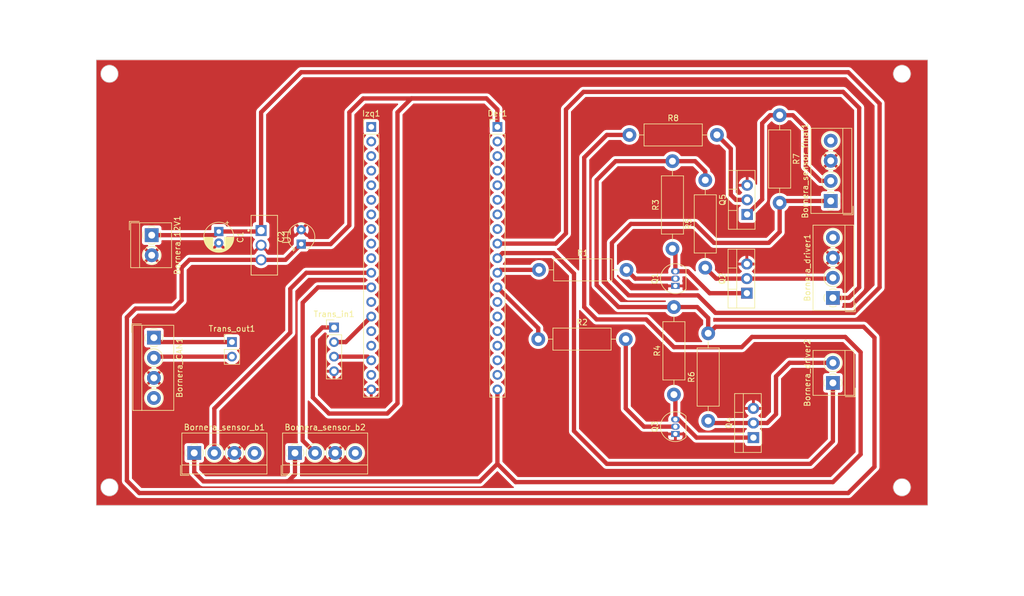
<source format=kicad_pcb>
(kicad_pcb (version 20221018) (generator pcbnew)
  (layers (0 "F.Cu" signal) (31 "B.Cu" signal) (34 "B.Paste" user) (35 "F.Paste" user) (36 "B.SilkS" user "B.Silkscreen") (37 "F.SilkS" user "F.Silkscreen") (38 "B.Mask" user) (39 "F.Mask" user) (44 "Edge.Cuts" user))
  (net 0 "")
  (net 1 "Earth")
  (net 2 "Net-(Q1-B)")
  (net 3 "Net-(Q1-C)")
  (net 4 "Net-(Bornera_driver1-Pin_2)")
  (net 5 "Net-(Q3-B)")
  (net 6 "Net-(Q3-C)")
  (net 7 "Net-(Bornera_driver2-Pin_2)")
  (net 8 "Net-(Bornera_sensor_final1-Pin_2)")
  (net 9 "Net-(Der1-Pin_8)")
  (net 10 "Net-(Der1-Pin_11)")
  (net 11 "Net-(Der1-Pin_12)")
  (net 12 "5v")
  (net 13 "12v")
  (net 14 "3v3")
  (net 15 "Net-(Bornera_CAN1-Pin_1)")
  (net 16 "Net-(Bornera_CAN1-Pin_2)")
  (net 18 "Net-(Bornera_driver1-Pin_1)")
  (net 20 "Net-(Bornera_driver2-Pin_1)")
  (net 21 "Net-(Bornera_sensor_b1-Pin_2)")
  (net 23 "Net-(Bornera_sensor_b2-Pin_2)")
  (net 49 "Net-(Izq1-Pin_14)")
  (net 52 "Net-(Izq1-Pin_17)")
  (footprint "Resistor_THT:R_Axial_DIN0411_L9.9mm_D3.6mm_P15.24mm_Horizontal" (layer "F.Cu") (at 169.291 93.853 90)
    (fp_text reference "R4" (at 7.62 -2.92 90) (layer "F.SilkS"))
    (fp_text value "220")
    (pad "1" thru_hole circle (at 0 0 90) (size 2.4 2.4) (drill 1.2) (layers "*.Cu" "*.Mask") (net 6 "Net-(Q3-C)"))
    (pad "2" thru_hole oval (at 15.24 0 90) (size 2.4 2.4) (drill 1.2) (layers "*.Cu" "*.Mask") (net 12 "5v"))
  )
  (footprint "TerminalBlock_4Ucon:TerminalBlock_4Ucon_1x04_P3.50mm_Horizontal" (layer "F.Cu") (at 196.977 77.018 90)
    (fp_text reference "Bornera_driver1" (at 5.25 -4.46 90) (layer "F.SilkS"))
    (fp_text value "Screw_Terminal_01x04")
    (pad "1" thru_hole rect (at 0 0 90) (size 2.4 2.4) (drill 1.2) (layers "*.Cu" "*.Mask") (net 18 "Net-(Bornera_driver1-Pin_1)"))
    (pad "2" thru_hole circle (at 3.5 0 90) (size 2.4 2.4) (drill 1.2) (layers "*.Cu" "*.Mask") (net 4 "Net-(Bornera_driver1-Pin_2)"))
    (pad "3" thru_hole circle (at 7 0 90) (size 2.4 2.4) (drill 1.2) (layers "*.Cu" "*.Mask") (net 1 "Earth"))
    (pad "4" thru_hole circle (at 10.5 0 90) (size 2.4 2.4) (drill 1.2) (layers "*.Cu" "*.Mask"))
  )
  (footprint "Resistor_THT:R_Axial_DIN0411_L9.9mm_D3.6mm_P15.24mm_Horizontal" (layer "F.Cu") (at 187.706 45.212 -90)
    (fp_text reference "R7" (at 7.62 -2.92 90) (layer "F.SilkS"))
    (fp_text value "1k")
    (pad "1" thru_hole circle (at 0 0 270) (size 2.4 2.4) (drill 1.2) (layers "*.Cu" "*.Mask") (net 8 "Net-(Bornera_sensor_final1-Pin_2)"))
    (pad "2" thru_hole oval (at 15.24 0 270) (size 2.4 2.4) (drill 1.2) (layers "*.Cu" "*.Mask") (net 13 "12v"))
  )
  (footprint "Capacitor_THT:CP_Radial_D5.0mm_P2.00mm" (layer "F.Cu") (at 90.043 65.461 -90)
    (fp_text reference "C1" (at 1 -3.75 90) (layer "F.SilkS"))
    (fp_text value "C_Polarized" hide)
    (pad "1" thru_hole rect (at 0 0 270) (size 1.6 1.6) (drill 0.8) (layers "*.Cu" "*.Mask") (net 13 "12v"))
    (pad "2" thru_hole circle (at 2 0 270) (size 1.6 1.6) (drill 0.8) (layers "*.Cu" "*.Mask") (net 1 "Earth"))
  )
  (footprint "Package_TO_SOT_THT:TO-92_Inline" (layer "F.Cu") (at 169.545 74.93 90)
    (fp_text reference "Q1" (at 1.27 -3.56 90) (layer "F.SilkS"))
    (fp_text value "2N3904")
    (pad "1" thru_hole rect (at 0 0 90) (size 1.05 1.5) (drill 0.75) (layers "*.Cu" "*.Mask") (net 1 "Earth"))
    (pad "2" thru_hole oval (at 1.27 0 90) (size 1.05 1.5) (drill 0.75) (layers "*.Cu" "*.Mask") (net 2 "Net-(Q1-B)"))
    (pad "3" thru_hole oval (at 2.54 0 90) (size 1.05 1.5) (drill 0.75) (layers "*.Cu" "*.Mask") (net 3 "Net-(Q1-C)"))
  )
  (footprint "TerminalBlock_4Ucon:TerminalBlock_4Ucon_1x04_P3.50mm_Horizontal" (layer "F.Cu") (at 78.74 83.947 -90)
    (fp_text reference "Bornera_CAN1" (at 5.25 -4.46 90) (layer "F.SilkS"))
    (fp_text value "Screw_Terminal_01x04")
    (pad "1" thru_hole rect (at 0 0 270) (size 2.4 2.4) (drill 1.2) (layers "*.Cu" "*.Mask") (net 15 "Net-(Bornera_CAN1-Pin_1)"))
    (pad "2" thru_hole circle (at 3.5 0 270) (size 2.4 2.4) (drill 1.2) (layers "*.Cu" "*.Mask") (net 16 "Net-(Bornera_CAN1-Pin_2)"))
    (pad "3" thru_hole circle (at 7 0 270) (size 2.4 2.4) (drill 1.2) (layers "*.Cu" "*.Mask") (net 1 "Earth"))
    (pad "4" thru_hole circle (at 10.5 0 270) (size 2.4 2.4) (drill 1.2) (layers "*.Cu" "*.Mask"))
  )
  (footprint "Connector_PinHeader_2.54mm:PinHeader_1x02_P2.54mm_Vertical" (layer "F.Cu") (at 92.329 84.709)
    (fp_text reference "Trans_out1" (at 0 -2.33) (layer "F.SilkS"))
    (fp_text value "Conn_01x02")
    (pad "1" thru_hole rect (at 0 0) (size 1.7 1.7) (drill 1) (layers "*.Cu" "*.Mask") (net 15 "Net-(Bornera_CAN1-Pin_1)"))
    (pad "2" thru_hole oval (at 0 2.54) (size 1.7 1.7) (drill 1) (layers "*.Cu" "*.Mask") (net 16 "Net-(Bornera_CAN1-Pin_2)"))
  )
  (footprint "TerminalBlock_4Ucon:TerminalBlock_4Ucon_1x04_P3.50mm_Horizontal" (layer "F.Cu") (at 103.307 104.013)
    (fp_text reference "Bornera_sensor_b2" (at 5.25 -4.46) (layer "F.SilkS"))
    (fp_text value "Screw_Terminal_01x04")
    (pad "1" thru_hole rect (at 0 0) (size 2.4 2.4) (drill 1.2) (layers "*.Cu" "*.Mask") (net 14 "3v3"))
    (pad "2" thru_hole circle (at 3.5 0) (size 2.4 2.4) (drill 1.2) (layers "*.Cu" "*.Mask") (net 23 "Net-(Bornera_sensor_b2-Pin_2)"))
    (pad "3" thru_hole circle (at 7 0) (size 2.4 2.4) (drill 1.2) (layers "*.Cu" "*.Mask") (net 1 "Earth"))
    (pad "4" thru_hole circle (at 10.5 0) (size 2.4 2.4) (drill 1.2) (layers "*.Cu" "*.Mask"))
  )
  (footprint "Resistor_THT:R_Axial_DIN0411_L9.9mm_D3.6mm_P15.24mm_Horizontal" (layer "F.Cu") (at 161.544 48.641)
    (fp_text reference "R8" (at 7.62 -2.92) (layer "F.SilkS"))
    (fp_text value "220")
    (pad "1" thru_hole circle (at 0 0) (size 2.4 2.4) (drill 1.2) (layers "*.Cu" "*.Mask") (net 14 "3v3"))
    (pad "2" thru_hole oval (at 15.24 0) (size 2.4 2.4) (drill 1.2) (layers "*.Cu" "*.Mask") (net 9 "Net-(Der1-Pin_8)"))
  )
  (footprint "Package_TO_SOT_THT:TO-92_Inline" (layer "F.Cu") (at 169.545 100.711 90)
    (fp_text reference "Q3" (at 1.27 -3.56 90) (layer "F.SilkS"))
    (fp_text value "2N3904")
    (pad "1" thru_hole rect (at 0 0 90) (size 1.05 1.5) (drill 0.75) (layers "*.Cu" "*.Mask") (net 1 "Earth"))
    (pad "2" thru_hole oval (at 1.27 0 90) (size 1.05 1.5) (drill 0.75) (layers "*.Cu" "*.Mask") (net 5 "Net-(Q3-B)"))
    (pad "3" thru_hole oval (at 2.54 0 90) (size 1.05 1.5) (drill 0.75) (layers "*.Cu" "*.Mask") (net 6 "Net-(Q3-C)"))
  )
  (footprint "Resistor_THT:R_Axial_DIN0411_L9.9mm_D3.6mm_P15.24mm_Horizontal" (layer "F.Cu") (at 145.796 72.136)
    (fp_text reference "R1" (at 7.62 -2.92) (layer "F.SilkS"))
    (fp_text value "220")
    (pad "1" thru_hole circle (at 0 0) (size 2.4 2.4) (drill 1.2) (layers "*.Cu" "*.Mask") (net 10 "Net-(Der1-Pin_11)"))
    (pad "2" thru_hole oval (at 15.24 0) (size 2.4 2.4) (drill 1.2) (layers "*.Cu" "*.Mask") (net 2 "Net-(Q1-B)"))
  )
  (footprint "Connector_PinHeader_2.54mm:PinHeader_1x19_P2.54mm_Vertical" (layer "F.Cu") (at 138.557 47.244)
    (fp_text reference "Der1" (at 0 -2.33) (layer "F.SilkS"))
    (fp_text value "Conn_01x19")
    (pad "1" thru_hole rect (at 0 0) (size 1.7 1.7) (drill 1) (layers "*.Cu" "*.Mask") (net 12 "5v"))
    (pad "2" thru_hole oval (at 0 2.54) (size 1.7 1.7) (drill 1) (layers "*.Cu" "*.Mask"))
    (pad "3" thru_hole oval (at 0 5.08) (size 1.7 1.7) (drill 1) (layers "*.Cu" "*.Mask"))
    (pad "4" thru_hole oval (at 0 7.62) (size 1.7 1.7) (drill 1) (layers "*.Cu" "*.Mask"))
    (pad "5" thru_hole oval (at 0 10.16) (size 1.7 1.7) (drill 1) (layers "*.Cu" "*.Mask"))
    (pad "6" thru_hole oval (at 0 12.7) (size 1.7 1.7) (drill 1) (layers "*.Cu" "*.Mask"))
    (pad "7" thru_hole oval (at 0 15.24) (size 1.7 1.7) (drill 1) (layers "*.Cu" "*.Mask"))
    (pad "8" thru_hole oval (at 0 17.78) (size 1.7 1.7) (drill 1) (layers "*.Cu" "*.Mask") (net 9 "Net-(Der1-Pin_8)"))
    (pad "9" thru_hole oval (at 0 20.32) (size 1.7 1.7) (drill 1) (layers "*.Cu" "*.Mask") (net 18 "Net-(Bornera_driver1-Pin_1)"))
    (pad "10" thru_hole oval (at 0 22.86) (size 1.7 1.7) (drill 1) (layers "*.Cu" "*.Mask") (net 20 "Net-(Bornera_driver2-Pin_1)"))
    (pad "11" thru_hole oval (at 0 25.4) (size 1.7 1.7) (drill 1) (layers "*.Cu" "*.Mask") (net 10 "Net-(Der1-Pin_11)"))
    (pad "12" thru_hole oval (at 0 27.94) (size 1.7 1.7) (drill 1) (layers "*.Cu" "*.Mask") (net 11 "Net-(Der1-Pin_12)"))
    (pad "13" thru_hole oval (at 0 30.48) (size 1.7 1.7) (drill 1) (layers "*.Cu" "*.Mask"))
    (pad "14" thru_hole oval (at 0 33.02) (size 1.7 1.7) (drill 1) (layers "*.Cu" "*.Mask"))
    (pad "15" thru_hole oval (at 0 35.56) (size 1.7 1.7) (drill 1) (layers "*.Cu" "*.Mask"))
    (pad "16" thru_hole oval (at 0 38.1) (size 1.7 1.7) (drill 1) (layers "*.Cu" "*.Mask"))
    (pad "17" thru_hole oval (at 0 40.64) (size 1.7 1.7) (drill 1) (layers "*.Cu" "*.Mask"))
    (pad "18" thru_hole oval (at 0 43.18) (size 1.7 1.7) (drill 1) (layers "*.Cu" "*.Mask"))
    (pad "19" thru_hole oval (at 0 45.72) (size 1.7 1.7) (drill 1) (layers "*.Cu" "*.Mask") (net 14 "3v3"))
  )
  (footprint "Resistor_THT:R_Axial_DIN0411_L9.9mm_D3.6mm_P15.24mm_Horizontal" (layer "F.Cu") (at 169.037 68.453 90)
    (fp_text reference "R3" (at 7.62 -2.92 90) (layer "F.SilkS"))
    (fp_text value "220")
    (pad "1" thru_hole circle (at 0 0 90) (size 2.4 2.4) (drill 1.2) (layers "*.Cu" "*.Mask") (net 3 "Net-(Q1-C)"))
    (pad "2" thru_hole oval (at 15.24 0 90) (size 2.4 2.4) (drill 1.2) (layers "*.Cu" "*.Mask") (net 12 "5v"))
  )
  (footprint "TerminalBlock_4Ucon:TerminalBlock_4Ucon_1x04_P3.50mm_Horizontal" (layer "F.Cu") (at 196.596 60.142 90)
    (fp_text reference "Bornera_sensor_final1" (at 5.25 -4.46 90) (layer "F.SilkS"))
    (fp_text value "Screw_Terminal_01x04")
    (pad "1" thru_hole rect (at 0 0 90) (size 2.4 2.4) (drill 1.2) (layers "*.Cu" "*.Mask") (net 13 "12v"))
    (pad "2" thru_hole circle (at 3.5 0 90) (size 2.4 2.4) (drill 1.2) (layers "*.Cu" "*.Mask") (net 8 "Net-(Bornera_sensor_final1-Pin_2)"))
    (pad "3" thru_hole circle (at 7 0 90) (size 2.4 2.4) (drill 1.2) (layers "*.Cu" "*.Mask") (net 1 "Earth"))
    (pad "4" thru_hole circle (at 10.5 0 90) (size 2.4 2.4) (drill 1.2) (layers "*.Cu" "*.Mask"))
  )
  (footprint "Package_TO_SOT_THT:TO-220-3_Vertical" (layer "F.Cu") (at 183.134 101.346 90)
    (fp_text reference "Q4" (at 2.54 -4.27 90) (layer "F.SilkS"))
    (fp_text value "IRF740")
    (pad "1" thru_hole rect (at 0 0 90) (size 1.905 2) (drill 1.1) (layers "*.Cu" "*.Mask") (net 6 "Net-(Q3-C)"))
    (pad "2" thru_hole oval (at 2.54 0 90) (size 1.905 2) (drill 1.1) (layers "*.Cu" "*.Mask") (net 7 "Net-(Bornera_driver2-Pin_2)"))
    (pad "3" thru_hole oval (at 5.08 0 90) (size 1.905 2) (drill 1.1) (layers "*.Cu" "*.Mask") (net 1 "Earth"))
  )
  (footprint "Resistor_THT:R_Axial_DIN0411_L9.9mm_D3.6mm_P15.24mm_Horizontal" (layer "F.Cu") (at 145.669 84.201)
    (fp_text reference "R2" (at 7.62 -2.92) (layer "F.SilkS"))
    (fp_text value "220")
    (pad "1" thru_hole circle (at 0 0) (size 2.4 2.4) (drill 1.2) (layers "*.Cu" "*.Mask") (net 11 "Net-(Der1-Pin_12)"))
    (pad "2" thru_hole oval (at 15.24 0) (size 2.4 2.4) (drill 1.2) (layers "*.Cu" "*.Mask") (net 5 "Net-(Q3-B)"))
  )
  (footprint "L7805CV:TO255P1040X460X1968-3" (layer "F.Cu") (at 97.409 65.292 -90)
    (fp_text reference "U1" (at 0.995 -4.444 90) (layer "F.SilkS") (effects (font (size 1.4 1.4))))
    (fp_text value "L7805CV")
    (pad "1" thru_hole rect (at 0 0 270) (size 1.91 1.91) (drill 1.27) (layers "*.Cu" "*.Mask") (net 13 "12v"))
    (pad "2" thru_hole circle (at 2.55 0 270) (size 1.91 1.91) (drill 1.27) (layers "*.Cu" "*.Mask") (net 1 "Earth"))
    (pad "3" thru_hole circle (at 5.1 0 270) (size 1.91 1.91) (drill 1.27) (layers "*.Cu" "*.Mask") (net 12 "5v"))
  )
  (footprint "Resistor_THT:R_Axial_DIN0411_L9.9mm_D3.6mm_P15.24mm_Horizontal" (layer "F.Cu") (at 174.752 71.755 90)
    (fp_text reference "R5" (at 7.62 -2.92 90) (layer "F.SilkS"))
    (fp_text value "51")
    (pad "1" thru_hole circle (at 0 0 90) (size 2.4 2.4) (drill 1.2) (layers "*.Cu" "*.Mask") (net 4 "Net-(Bornera_driver1-Pin_2)"))
    (pad "2" thru_hole oval (at 15.24 0 90) (size 2.4 2.4) (drill 1.2) (layers "*.Cu" "*.Mask") (net 12 "5v"))
  )
  (footprint "TerminalBlock_4Ucon:TerminalBlock_4Ucon_1x02_P3.50mm_Horizontal" (layer "F.Cu") (at 196.977 91.821 90)
    (fp_text reference "Bornera_driver2" (at 1.75 -4.46 90) (layer "F.SilkS"))
    (fp_text value "Screw_Terminal_01x02")
    (pad "1" thru_hole rect (at 0 0 90) (size 2.4 2.4) (drill 1.2) (layers "*.Cu" "*.Mask") (net 20 "Net-(Bornera_driver2-Pin_1)"))
    (pad "2" thru_hole circle (at 3.5 0 90) (size 2.4 2.4) (drill 1.2) (layers "*.Cu" "*.Mask") (net 7 "Net-(Bornera_driver2-Pin_2)"))
  )
  (footprint "Package_TO_SOT_THT:TO-220-3_Vertical" (layer "F.Cu") (at 181.991 76.2 90)
    (fp_text reference "Q2" (at 2.54 -4.27 90) (layer "F.SilkS"))
    (fp_text value "IRF740")
    (pad "1" thru_hole rect (at 0 0 90) (size 1.905 2) (drill 1.1) (layers "*.Cu" "*.Mask") (net 3 "Net-(Q1-C)"))
    (pad "2" thru_hole oval (at 2.54 0 90) (size 1.905 2) (drill 1.1) (layers "*.Cu" "*.Mask") (net 4 "Net-(Bornera_driver1-Pin_2)"))
    (pad "3" thru_hole oval (at 5.08 0 90) (size 1.905 2) (drill 1.1) (layers "*.Cu" "*.Mask") (net 1 "Earth"))
  )
  (footprint "Resistor_THT:R_Axial_DIN0411_L9.9mm_D3.6mm_P15.24mm_Horizontal" (layer "F.Cu") (at 175.26 98.425 90)
    (fp_text reference "R6" (at 7.62 -2.92 90) (layer "F.SilkS"))
    (fp_text value "51")
    (pad "1" thru_hole circle (at 0 0 90) (size 2.4 2.4) (drill 1.2) (layers "*.Cu" "*.Mask") (net 7 "Net-(Bornera_driver2-Pin_2)"))
    (pad "2" thru_hole oval (at 15.24 0 90) (size 2.4 2.4) (drill 1.2) (layers "*.Cu" "*.Mask") (net 12 "5v"))
  )
  (footprint "Connector_PinHeader_2.54mm:PinHeader_1x19_P2.54mm_Vertical" (layer "F.Cu") (at 116.586 47.244)
    (fp_text reference "Izq1" (at 0 -2.33) (layer "F.SilkS"))
    (fp_text value "Conn_01x19")
    (pad "1" thru_hole rect (at 0 0) (size 1.7 1.7) (drill 1) (layers "*.Cu" "*.Mask"))
    (pad "2" thru_hole oval (at 0 2.54) (size 1.7 1.7) (drill 1) (layers "*.Cu" "*.Mask"))
    (pad "3" thru_hole oval (at 0 5.08) (size 1.7 1.7) (drill 1) (layers "*.Cu" "*.Mask"))
    (pad "4" thru_hole oval (at 0 7.62) (size 1.7 1.7) (drill 1) (layers "*.Cu" "*.Mask"))
    (pad "5" thru_hole oval (at 0 10.16) (size 1.7 1.7) (drill 1) (layers "*.Cu" "*.Mask"))
    (pad "6" thru_hole oval (at 0 12.7) (size 1.7 1.7) (drill 1) (layers "*.Cu" "*.Mask"))
    (pad "7" thru_hole oval (at 0 15.24) (size 1.7 1.7) (drill 1) (layers "*.Cu" "*.Mask"))
    (pad "8" thru_hole oval (at 0 17.78) (size 1.7 1.7) (drill 1) (layers "*.Cu" "*.Mask"))
    (pad "9" thru_hole oval (at 0 20.32) (size 1.7 1.7) (drill 1) (layers "*.Cu" "*.Mask"))
    (pad "10" thru_hole oval (at 0 22.86) (size 1.7 1.7) (drill 1) (layers "*.Cu" "*.Mask"))
    (pad "11" thru_hole oval (at 0 25.4) (size 1.7 1.7) (drill 1) (layers "*.Cu" "*.Mask") (net 21 "Net-(Bornera_sensor_b1-Pin_2)"))
    (pad "12" thru_hole oval (at 0 27.94) (size 1.7 1.7) (drill 1) (layers "*.Cu" "*.Mask") (net 23 "Net-(Bornera_sensor_b2-Pin_2)"))
    (pad "13" thru_hole oval (at 0 30.48) (size 1.7 1.7) (drill 1) (layers "*.Cu" "*.Mask"))
    (pad "14" thru_hole oval (at 0 33.02) (size 1.7 1.7) (drill 1) (layers "*.Cu" "*.Mask") (net 49 "Net-(Izq1-Pin_14)"))
    (pad "15" thru_hole oval (at 0 35.56) (size 1.7 1.7) (drill 1) (layers "*.Cu" "*.Mask"))
    (pad "16" thru_hole oval (at 0 38.1) (size 1.7 1.7) (drill 1) (layers "*.Cu" "*.Mask"))
    (pad "17" thru_hole oval (at 0 40.64) (size 1.7 1.7) (drill 1) (layers "*.Cu" "*.Mask") (net 52 "Net-(Izq1-Pin_17)"))
    (pad "18" thru_hole oval (at 0 43.18) (size 1.7 1.7) (drill 1) (layers "*.Cu" "*.Mask"))
    (pad "19" thru_hole oval (at 0 45.72) (size 1.7 1.7) (drill 1) (layers "*.Cu" "*.Mask") (net 1 "Earth"))
  )
  (footprint "Connector_PinHeader_2.54mm:PinHeader_1x04_P2.54mm_Vertical" (layer "F.Cu") (at 110.109 82.169)
    (fp_text reference "Trans_in1" (at 0 -2.33) (layer "F.SilkS"))
    (fp_text value "Conn_01x04")
    (pad "1" thru_hole rect (at 0 0) (size 1.7 1.7) (drill 1) (layers "*.Cu" "*.Mask") (net 12 "5v"))
    (pad "2" thru_hole oval (at 0 2.54) (size 1.7 1.7) (drill 1) (layers "*.Cu" "*.Mask") (net 49 "Net-(Izq1-Pin_14)"))
    (pad "3" thru_hole oval (at 0 5.08) (size 1.7 1.7) (drill 1) (layers "*.Cu" "*.Mask") (net 52 "Net-(Izq1-Pin_17)"))
    (pad "4" thru_hole oval (at 0 7.62) (size 1.7 1.7) (drill 1) (layers "*.Cu" "*.Mask") (net 1 "Earth"))
  )
  (footprint "Package_TO_SOT_THT:TO-220-3_Vertical" (layer "F.Cu") (at 182.047 62.484 90)
    (fp_text reference "Q5" (at 2.54 -4.27 90) (layer "F.SilkS"))
    (fp_text value "IRF740")
    (pad "1" thru_hole rect (at 0 0 90) (size 1.905 2) (drill 1.1) (layers "*.Cu" "*.Mask") (net 8 "Net-(Bornera_sensor_final1-Pin_2)"))
    (pad "2" thru_hole oval (at 2.54 0 90) (size 1.905 2) (drill 1.1) (layers "*.Cu" "*.Mask") (net 9 "Net-(Der1-Pin_8)"))
    (pad "3" thru_hole oval (at 5.08 0 90) (size 1.905 2) (drill 1.1) (layers "*.Cu" "*.Mask") (net 1 "Earth"))
  )
  (footprint "Capacitor_THT:CP_Radial_Tantal_D4.5mm_P2.50mm" (layer "F.Cu") (at 104.394 67.649856 90)
    (fp_text reference "C2" (at 1.25 -3.5 90) (layer "F.SilkS"))
    (fp_text value "C")
    (pad "1" thru_hole rect (at 0 0 90) (size 1.6 1.6) (drill 0.8) (layers "*.Cu" "*.Mask") (net 12 "5v"))
    (pad "2" thru_hole circle (at 2.5 0 90) (size 1.6 1.6) (drill 0.8) (layers "*.Cu" "*.Mask") (net 1 "Earth"))
  )
  (footprint "TerminalBlock_4Ucon:TerminalBlock_4Ucon_1x04_P3.50mm_Horizontal" (layer "F.Cu") (at 85.766 104.013)
    (fp_text reference "Bornera_sensor_b1" (at 5.25 -4.46) (layer "F.SilkS"))
    (fp_text value "Screw_Terminal_01x04")
    (pad "1" thru_hole rect (at 0 0) (size 2.4 2.4) (drill 1.2) (layers "*.Cu" "*.Mask") (net 14 "3v3"))
    (pad "2" thru_hole circle (at 3.5 0) (size 2.4 2.4) (drill 1.2) (layers "*.Cu" "*.Mask") (net 21 "Net-(Bornera_sensor_b1-Pin_2)"))
    (pad "3" thru_hole circle (at 7 0) (size 2.4 2.4) (drill 1.2) (layers "*.Cu" "*.Mask") (net 1 "Earth"))
    (pad "4" thru_hole circle (at 10.5 0) (size 2.4 2.4) (drill 1.2) (layers "*.Cu" "*.Mask"))
  )
  (footprint "TerminalBlock_4Ucon:TerminalBlock_4Ucon_1x02_P3.50mm_Horizontal" (layer "F.Cu") (at 78.359 66.096 -90)
    (fp_text reference "Bornera_12V1" (at 1.75 -4.46 90) (layer "F.SilkS"))
    (fp_text value "Screw_Terminal_01x02" hide)
    (pad "1" thru_hole rect (at 0 0 270) (size 2.4 2.4) (drill 1.2) (layers "*.Cu" "*.Mask") (net 13 "12v"))
    (pad "2" thru_hole circle (at 3.5 0 270) (size 2.4 2.4) (drill 1.2) (layers "*.Cu" "*.Mask") (net 1 "Earth"))
  )
  (gr_circle (center 209 110) (end 210.5 110) (stroke (width 0.1)) (fill none) (layer "Edge.Cuts"))
  (gr_circle (center 209 38) (end 210.5 38) (stroke (width 0.1)) (fill none) (layer "Edge.Cuts"))
  (gr_circle (center 71 110) (end 72.5 110) (stroke (width 0.1)) (fill none) (layer "Edge.Cuts"))
  (gr_rect (start 68.707 35.56) (end 213.487 113.157) (stroke (width 0.1)) (fill none) (layer "Edge.Cuts"))
  (gr_circle (center 71 38) (end 72.5 38) (stroke (width 0.1)) (fill none) (layer "Edge.Cuts"))
  (segment (start 97.028 67.461) (end 97.409 67.842) (width 0.75) (layer "F.Cu") (net 1))
  (segment (start 161.036 72.136) (end 162.56 73.66) (width 0.75) (layer "F.Cu") (net 2))
  (segment (start 162.56 73.66) (end 169.545 73.66) (width 0.75) (layer "F.Cu") (net 2))
  (segment (start 175.514 76.2) (end 171.704 72.39) (width 0.75) (layer "F.Cu") (net 3))
  (segment (start 181.991 76.2) (end 175.514 76.2) (width 0.75) (layer "F.Cu") (net 3))
  (segment (start 169.545 68.961) (end 169.037 68.453) (width 0.75) (layer "F.Cu") (net 3))
  (segment (start 169.545 72.39) (end 169.545 68.961) (width 0.75) (layer "F.Cu") (net 3))
  (segment (start 171.704 72.39) (end 169.545 72.39) (width 0.75) (layer "F.Cu") (net 3))
  (segment (start 176.657 73.66) (end 181.991 73.66) (width 0.75) (layer "F.Cu") (net 4))
  (segment (start 181.991 73.66) (end 196.835 73.66) (width 0.75) (layer "F.Cu") (net 4))
  (segment (start 174.752 71.755) (end 176.657 73.66) (width 0.75) (layer "F.Cu") (net 4))
  (segment (start 196.835 73.66) (end 196.977 73.518) (width 0.75) (layer "F.Cu") (net 4))
  (segment (start 160.909 96.266) (end 160.909 84.201) (width 0.75) (layer "F.Cu") (net 5))
  (segment (start 169.545 99.441) (end 164.084 99.441) (width 0.75) (layer "F.Cu") (net 5))
  (segment (start 164.084 99.441) (end 160.909 96.266) (width 0.75) (layer "F.Cu") (net 5))
  (segment (start 170.055635 98.171) (end 169.545 98.171) (width 0.75) (layer "F.Cu") (net 6))
  (segment (start 169.545 98.171) (end 169.545 94.107) (width 0.75) (layer "F.Cu") (net 6))
  (segment (start 173.230635 101.346) (end 170.055635 98.171) (width 0.75) (layer "F.Cu") (net 6))
  (segment (start 169.545 94.107) (end 169.291 93.853) (width 0.75) (layer "F.Cu") (net 6))
  (segment (start 183.134 101.346) (end 173.230635 101.346) (width 0.75) (layer "F.Cu") (net 6))
  (segment (start 175.641 98.806) (end 175.26 98.425) (width 0.75) (layer "F.Cu") (net 7))
  (segment (start 183.134 98.806) (end 185.547 98.806) (width 0.75) (layer "F.Cu") (net 7))
  (segment (start 185.547 98.806) (end 187.071 97.282) (width 0.75) (layer "F.Cu") (net 7))
  (segment (start 183.134 98.806) (end 175.641 98.806) (width 0.75) (layer "F.Cu") (net 7))
  (segment (start 187.071 97.282) (end 187.071 90.678) (width 0.75) (layer "F.Cu") (net 7))
  (segment (start 187.071 90.678) (end 189.428 88.321) (width 0.75) (layer "F.Cu") (net 7))
  (segment (start 189.428 88.321) (end 196.977 88.321) (width 0.75) (layer "F.Cu") (net 7))
  (segment (start 194.818 56.642) (end 196.596 56.642) (width 0.75) (layer "F.Cu") (net 8))
  (segment (start 186.055 45.212) (end 187.706 45.212) (width 0.75) (layer "F.Cu") (net 8))
  (segment (start 182.047 62.484) (end 184.658 59.873) (width 0.75) (layer "F.Cu") (net 8))
  (segment (start 184.658 59.873) (end 184.658 46.609) (width 0.75) (layer "F.Cu") (net 8))
  (segment (start 192.278 47.498) (end 192.278 54.102) (width 0.75) (layer "F.Cu") (net 8))
  (segment (start 189.992 45.212) (end 192.278 47.498) (width 0.75) (layer "F.Cu") (net 8))
  (segment (start 192.278 54.102) (end 194.818 56.642) (width 0.75) (layer "F.Cu") (net 8))
  (segment (start 184.658 46.609) (end 186.055 45.212) (width 0.75) (layer "F.Cu") (net 8))
  (segment (start 187.706 45.212) (end 189.992 45.212) (width 0.75) (layer "F.Cu") (net 8))
  (segment (start 176.784 48.641) (end 179.197 51.054) (width 0.75) (layer "F.Cu") (net 9))
  (segment (start 179.197 51.054) (end 179.197 59.055) (width 0.75) (layer "F.Cu") (net 9))
  (segment (start 179.197 59.055) (end 180.086 59.944) (width 0.75) (layer "F.Cu") (net 9))
  (segment (start 180.086 59.944) (end 182.047 59.944) (width 0.75) (layer "F.Cu") (net 9))
  (segment (start 139.065 72.136) (end 138.557 72.644) (width 0.75) (layer "F.Cu") (net 10))
  (segment (start 145.796 72.136) (end 139.065 72.136) (width 0.75) (layer "F.Cu") (net 10))
  (segment (start 145.669 84.201) (end 145.669 82.296) (width 0.75) (layer "F.Cu") (net 11))
  (segment (start 145.669 82.296) (end 138.557 75.184) (width 0.75) (layer "F.Cu") (net 11))
  (segment (start 119.38 97.155) (end 121.158 95.377) (width 0.75) (layer "F.Cu") (net 12))
  (segment (start 175.26 83.185) (end 175.26 80.518) (width 0.75) (layer "F.Cu") (net 12))
  (segment (start 202.311 82.042) (end 204.216 83.947) (width 0.75) (layer "F.Cu") (net 12))
  (segment (start 108.077 82.169) (end 106.426 83.82) (width 0.75) (layer "F.Cu") (net 12))
  (segment (start 83.566 71.755) (end 84.929 70.392) (width 0.75) (layer "F.Cu") (net 12))
  (segment (start 110.109 82.169) (end 108.077 82.169) (width 0.75) (layer "F.Cu") (net 12))
  (segment (start 112.776 44.704) (end 115.189 42.291) (width 0.75) (layer "F.Cu") (net 12))
  (segment (start 84.929 70.392) (end 97.409 70.392) (width 0.75) (layer "F.Cu") (net 12))
  (segment (start 121.158 44.704) (end 123.571 42.291) (width 0.75) (layer "F.Cu") (net 12))
  (segment (start 75.565 78.867) (end 82.169 78.867) (width 0.75) (layer "F.Cu") (net 12))
  (segment (start 159.131 53.213) (end 169.037 53.213) (width 0.75) (layer "F.Cu") (net 12))
  (segment (start 121.158 95.377) (end 121.158 44.704) (width 0.75) (layer "F.Cu") (net 12))
  (segment (start 101.651856 70.392) (end 104.394 67.649856) (width 0.75) (layer "F.Cu") (net 12))
  (segment (start 104.394 67.649856) (end 109.515144 67.649856) (width 0.75) (layer "F.Cu") (net 12))
  (segment (start 172.974 53.213) (end 169.037 53.213) (width 0.75) (layer "F.Cu") (net 12))
  (segment (start 174.752 54.991) (end 172.974 53.213) (width 0.75) (layer "F.Cu") (net 12))
  (segment (start 175.26 83.185) (end 175.387 83.185) (width 0.75) (layer "F.Cu") (net 12))
  (segment (start 159.639 78.613) (end 155.829 74.803) (width 0.75) (layer "F.Cu") (net 12))
  (segment (start 169.291 78.613) (end 159.639 78.613) (width 0.75) (layer "F.Cu") (net 12))
  (segment (start 175.26 80.518) (end 173.355 78.613) (width 0.75) (layer "F.Cu") (net 12))
  (segment (start 204.216 106.426) (end 199.644 110.998) (width 0.75) (layer "F.Cu") (net 12))
  (segment (start 175.387 83.185) (end 176.53 82.042) (width 0.75) (layer "F.Cu") (net 12))
  (segment (start 155.829 56.515) (end 159.131 53.213) (width 0.75) (layer "F.Cu") (net 12))
  (segment (start 123.571 42.291) (end 136.652 42.291) (width 0.75) (layer "F.Cu") (net 12))
  (segment (start 174.752 56.515) (end 174.752 54.991) (width 0.75) (layer "F.Cu") (net 12))
  (segment (start 82.169 78.867) (end 83.566 77.47) (width 0.75) (layer "F.Cu") (net 12))
  (segment (start 155.829 74.803) (end 155.829 56.515) (width 0.75) (layer "F.Cu") (net 12))
  (segment (start 136.652 42.291) (end 138.557 44.196) (width 0.75) (layer "F.Cu") (net 12))
  (segment (start 199.644 110.998) (end 76.2 110.998) (width 0.75) (layer "F.Cu") (net 12))
  (segment (start 138.557 44.196) (end 138.557 47.244) (width 0.75) (layer "F.Cu") (net 12))
  (segment (start 115.189 42.291) (end 136.652 42.291) (width 0.75) (layer "F.Cu") (net 12))
  (segment (start 106.426 83.82) (end 106.426 94.361) (width 0.75) (layer "F.Cu") (net 12))
  (segment (start 176.53 82.042) (end 202.311 82.042) (width 0.75) (layer "F.Cu") (net 12))
  (segment (start 112.776 64.389) (end 112.776 44.704) (width 0.75) (layer "F.Cu") (net 12))
  (segment (start 109.22 97.155) (end 119.38 97.155) (width 0.75) (layer "F.Cu") (net 12))
  (segment (start 173.355 78.613) (end 169.291 78.613) (width 0.75) (layer "F.Cu") (net 12))
  (segment (start 74.041 80.391) (end 75.565 78.867) (width 0.75) (layer "F.Cu") (net 12))
  (segment (start 76.2 110.998) (end 74.041 108.839) (width 0.75) (layer "F.Cu") (net 12))
  (segment (start 204.216 83.947) (end 204.216 106.426) (width 0.75) (layer "F.Cu") (net 12))
  (segment (start 106.426 94.361) (end 109.22 97.155) (width 0.75) (layer "F.Cu") (net 12))
  (segment (start 97.546 70.255) (end 97.409 70.392) (width 0.75) (layer "F.Cu") (net 12))
  (segment (start 109.515144 67.649856) (end 112.776 64.389) (width 0.75) (layer "F.Cu") (net 12))
  (segment (start 97.409 70.392) (end 101.651856 70.392) (width 0.75) (layer "F.Cu") (net 12))
  (segment (start 83.566 77.47) (end 83.566 71.755) (width 0.75) (layer "F.Cu") (net 12))
  (segment (start 74.041 108.839) (end 74.041 80.391) (width 0.75) (layer "F.Cu") (net 12))
  (segment (start 90.043 65.461) (end 97.24 65.461) (width 0.75) (layer "F.Cu") (net 13))
  (segment (start 158.496 67.437) (end 158.496 73.66) (width 0.75) (layer "F.Cu") (net 13))
  (segment (start 176.276 67.437) (end 172.974 64.135) (width 0.75) (layer "F.Cu") (net 13))
  (segment (start 188.016 60.142) (end 187.706 60.452) (width 0.75) (layer "F.Cu") (net 13))
  (segment (start 196.596 60.142) (end 188.016 60.142) (width 0.75) (layer "F.Cu") (net 13))
  (segment (start 185.801 67.437) (end 176.276 67.437) (width 0.75) (layer "F.Cu") (net 13))
  (segment (start 104.394 37.719) (end 97.409 44.704) (width 0.75) (layer "F.Cu") (net 13))
  (segment (start 161.417 76.581) (end 173.482 76.581) (width 0.75) (layer "F.Cu") (net 13))
  (segment (start 199.644 37.719) (end 104.394 37.719) (width 0.75) (layer "F.Cu") (net 13))
  (segment (start 173.482 76.581) (end 176.53 79.629) (width 0.75) (layer "F.Cu") (net 13))
  (segment (start 205.105 43.18) (end 199.644 37.719) (width 0.75) (layer "F.Cu") (net 13))
  (segment (start 187.706 65.532) (end 185.801 67.437) (width 0.75) (layer "F.Cu") (net 13))
  (segment (start 89.408 66.096) (end 90.043 65.461) (width 0.75) (layer "F.Cu") (net 13))
  (segment (start 187.706 60.452) (end 187.706 65.532) (width 0.75) (layer "F.Cu") (net 13))
  (segment (start 205.105 75.184) (end 205.105 43.18) (width 0.75) (layer "F.Cu") (net 13))
  (segment (start 200.66 79.629) (end 205.105 75.184) (width 0.75) (layer "F.Cu") (net 13))
  (segment (start 97.409 44.704) (end 97.409 65.292) (width 0.75) (layer "F.Cu") (net 13))
  (segment (start 176.53 79.629) (end 200.66 79.629) (width 0.75) (layer "F.Cu") (net 13))
  (segment (start 161.798 64.135) (end 158.496 67.437) (width 0.75) (layer "F.Cu") (net 13))
  (segment (start 78.359 66.096) (end 89.408 66.096) (width 0.75) (layer "F.Cu") (net 13))
  (segment (start 158.496 73.66) (end 161.417 76.581) (width 0.75) (layer "F.Cu") (net 13))
  (segment (start 172.974 64.135) (end 161.798 64.135) (width 0.75) (layer "F.Cu") (net 13))
  (segment (start 97.24 65.461) (end 97.409 65.292) (width 0.75) (layer "F.Cu") (net 13))
  (segment (start 196.977 109.093) (end 201.803 104.267) (width 0.75) (layer "F.Cu") (net 14))
  (segment (start 155.829 80.772) (end 153.67 78.613) (width 0.75) (layer "F.Cu") (net 14))
  (segment (start 135.509 108.966) (end 138.557 105.918) (width 0.75) (layer "F.Cu") (net 14))
  (segment (start 101.854 108.966) (end 135.509 108.966) (width 0.75) (layer "F.Cu") (net 14))
  (segment (start 85.766 107.356) (end 87.376 108.966) (width 0.75) (layer "F.Cu") (net 14))
  (segment (start 157.607 48.641) (end 161.544 48.641) (width 0.75) (layer "F.Cu") (net 14))
  (segment (start 201.803 86.487) (end 199.136 83.82) (width 0.75) (layer "F.Cu") (net 14))
  (segment (start 87.376 108.966) (end 101.854 108.966) (width 0.75) (layer "F.Cu") (net 14))
  (segment (start 102.108 108.966) (end 103.307 107.767) (width 0.75) (layer "F.Cu") (net 14))
  (segment (start 85.766 104.013) (end 85.766 107.356) (width 0.75) (layer "F.Cu") (net 14))
  (segment (start 201.803 104.267) (end 201.803 86.487) (width 0.75) (layer "F.Cu") (net 14))
  (segment (start 138.557 105.918) (end 141.732 109.093) (width 0.75) (layer "F.Cu") (net 14))
  (segment (start 169.291 85.598) (end 164.465 80.772) (width 0.75) (layer "F.Cu") (net 14))
  (segment (start 141.732 109.093) (end 196.977 109.093) (width 0.75) (layer "F.Cu") (net 14))
  (segment (start 153.67 78.613) (end 153.67 52.578) (width 0.75) (layer "F.Cu") (net 14))
  (segment (start 103.307 107.767) (end 103.307 104.013) (width 0.75) (layer "F.Cu") (net 14))
  (segment (start 164.465 80.772) (end 155.829 80.772) (width 0.75) (layer "F.Cu") (net 14))
  (segment (start 138.557 105.918) (end 138.557 92.964) (width 0.75) (layer "F.Cu") (net 14))
  (segment (start 199.136 83.82) (end 182.88 83.82) (width 0.75) (layer "F.Cu") (net 14))
  (segment (start 182.88 83.82) (end 181.102 85.598) (width 0.75) (layer "F.Cu") (net 14))
  (segment (start 181.102 85.598) (end 169.291 85.598) (width 0.75) (layer "F.Cu") (net 14))
  (segment (start 101.854 108.966) (end 102.108 108.966) (width 0.75) (layer "F.Cu") (net 14))
  (segment (start 153.67 52.578) (end 157.607 48.641) (width 0.75) (layer "F.Cu") (net 14))
  (segment (start 92.329 84.709) (end 79.502 84.709) (width 0.75) (layer "F.Cu") (net 15))
  (segment (start 79.502 84.709) (end 78.74 83.947) (width 0.75) (layer "F.Cu") (net 15))
  (segment (start 78.938 87.249) (end 78.74 87.447) (width 0.75) (layer "F.Cu") (net 16))
  (segment (start 92.131 87.447) (end 92.329 87.249) (width 0.75) (layer "F.Cu") (net 16))
  (segment (start 92.329 87.249) (end 78.938 87.249) (width 0.75) (layer "F.Cu") (net 16))
  (segment (start 148.717 67.564) (end 138.557 67.564) (width 0.75) (layer "F.Cu") (net 18))
  (segment (start 150.495 44.196) (end 150.495 65.786) (width 0.75) (layer "F.Cu") (net 18))
  (segment (start 201.549 75.184) (end 201.549 43.942) (width 0.75) (layer "F.Cu") (net 18))
  (segment (start 196.977 77.018) (end 199.715 77.018) (width 0.75) (layer "F.Cu") (net 18))
  (segment (start 198.755 41.148) (end 153.543 41.148) (width 0.75) (layer "F.Cu") (net 18))
  (segment (start 150.495 65.786) (end 148.717 67.564) (width 0.75) (layer "F.Cu") (net 18))
  (segment (start 201.549 43.942) (end 198.755 41.148) (width 0.75) (layer "F.Cu") (net 18))
  (segment (start 199.715 77.018) (end 201.549 75.184) (width 0.75) (layer "F.Cu") (net 18))
  (segment (start 153.543 41.148) (end 150.495 44.196) (width 0.75) (layer "F.Cu") (net 18))
  (segment (start 193.04 105.918) (end 157.607 105.918) (width 0.75) (layer "F.Cu") (net 20))
  (segment (start 151.892 72.771) (end 148.336 69.215) (width 0.75) (layer "F.Cu") (net 20))
  (segment (start 157.607 105.918) (end 151.892 100.203) (width 0.75) (layer "F.Cu") (net 20))
  (segment (start 148.336 69.215) (end 139.446 69.215) (width 0.75) (layer "F.Cu") (net 20))
  (segment (start 196.977 101.981) (end 193.04 105.918) (width 0.75) (layer "F.Cu") (net 20))
  (segment (start 139.446 69.215) (end 138.557 70.104) (width 0.75) (layer "F.Cu") (net 20))
  (segment (start 151.892 100.203) (end 151.892 72.771) (width 0.75) (layer "F.Cu") (net 20))
  (segment (start 196.977 91.821) (end 196.977 101.981) (width 0.75) (layer "F.Cu") (net 20))
  (segment (start 105.283 72.644) (end 116.586 72.644) (width 0.75) (layer "F.Cu") (net 21))
  (segment (start 102.489 75.438) (end 105.283 72.644) (width 0.75) (layer "F.Cu") (net 21))
  (segment (start 89.266 104.013) (end 89.266 96.281) (width 0.75) (layer "F.Cu") (net 21))
  (segment (start 89.266 96.281) (end 102.489 83.058) (width 0.75) (layer "F.Cu") (net 21))
  (segment (start 102.489 83.058) (end 102.489 75.438) (width 0.75) (layer "F.Cu") (net 21))
  (segment (start 116.586 75.184) (end 107.315 75.184) (width 0.75) (layer "F.Cu") (net 23))
  (segment (start 107.315 75.184) (end 104.648 77.851) (width 0.75) (layer "F.Cu") (net 23))
  (segment (start 104.648 101.854) (end 104.648 77.851) (width 0.75) (layer "F.Cu") (net 23))
  (segment (start 106.807 104.013) (end 104.648 101.854) (width 0.75) (layer "F.Cu") (net 23))
  (segment (start 112.141 84.709) (end 116.586 80.264) (width 0.75) (layer "F.Cu") (net 49))
  (segment (start 110.109 84.709) (end 112.141 84.709) (width 0.75) (layer "F.Cu") (net 49))
  (segment (start 110.109 87.249) (end 115.951 87.249) (width 0.75) (layer "F.Cu") (net 52))
  (segment (start 115.951 87.249) (end 116.586 87.884) (width 0.75) (layer "F.Cu") (net 52))
  (zone (net 1) (net_name "Earth") (layer "F.Cu") (connect_pads (clearance 0.5)) (min_thickness 0.25) (fill yes (thermal_gap 0.5) (thermal_bridge_width 0.5))
    (polygon (pts (xy 64.389 25.146) (xy 230.251 28.194) (xy 222.377 128.905) (xy 51.943 126.111)))
  )
)
</source>
